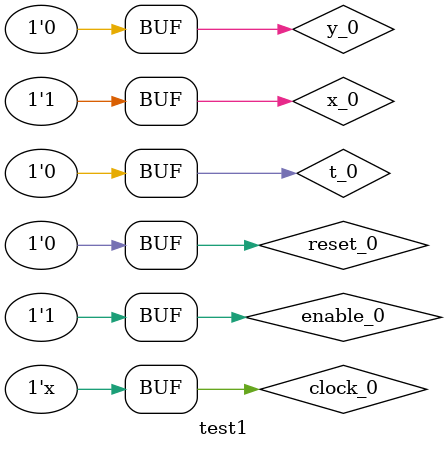
<source format=v>
`timescale 1ns / 1ps


module test1();
    
    reg x_0, t_0, y_0, clock_0, enable_0, reset_0;
    wire result_0;
    
    design_1_wrapper simulare(clock_0, enable_0, reset_0, result_0, t_0, x_0, y_0);
    
    initial begin
    
    clock_0 = 0; reset_0 = 1; enable_0 = 0; 
    #10 reset_0 = 0; enable_0 = 1;
    #15 x_0 = 1; t_0 = 1; y_0 = 0;
    #50 x_0 = 0; t_0 = 1; y_0 = 1;
    #50 x_0 = 1; t_0 = 1; y_0 = 0;
    #50 x_0 = 0; t_0 = 1; y_0 = 1;
    #50 x_0 = 1; t_0 = 0; y_0 = 0;

    end
    
    always
    #25 clock_0 = ~clock_0;
endmodule

</source>
